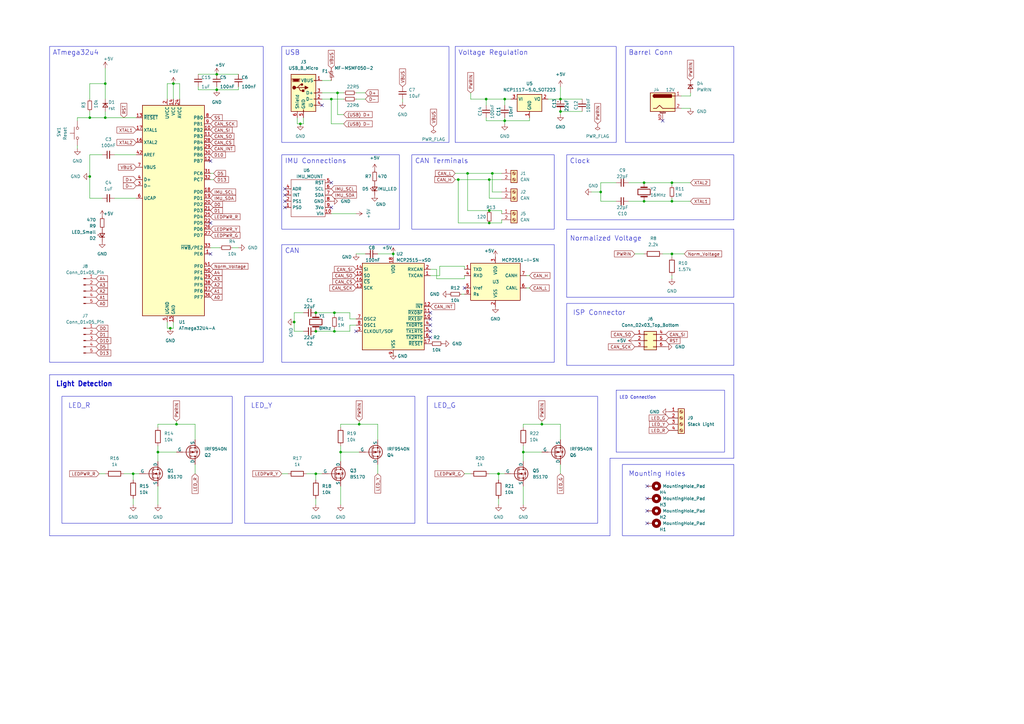
<source format=kicad_sch>
(kicad_sch (version 20231120) (generator "eeschema") (generator_version "8.0")
  (paper "A3")
  (junction (at 137.16 128.27))
  (junction (at 207.01 49.53))
  (junction (at 191.77 71.12))
  (junction (at 72.39 173.99))
  (junction (at 222.25 173.99))
  (junction (at 199.39 40.64))
  (junction (at 64.77 185.42))
  (junction (at 129.54 135.89))
  (junction (at 36.83 72.39))
  (junction (at 129.54 194.31))
  (junction (at 138.43 38.1))
  (junction (at 200.66 73.66))
  (junction (at 264.16 82.55))
  (junction (at 229.87 45.72))
  (junction (at 161.29 104.14))
  (junction (at 207.01 40.64))
  (junction (at 201.93 71.12))
  (junction (at 264.16 74.93))
  (junction (at 54.61 194.31))
  (junction (at 43.18 34.29))
  (junction (at 229.87 40.64))
  (junction (at 275.59 82.55))
  (junction (at 36.83 48.26))
  (junction (at 120.65 132.08))
  (junction (at 204.47 194.31))
  (junction (at 137.16 135.89))
  (junction (at 88.9 36.83))
  (junction (at 214.63 185.42))
  (junction (at 200.66 86.36))
  (junction (at 88.9 30.48))
  (junction (at 139.7 185.42))
  (junction (at 187.96 73.66))
  (junction (at 69.85 134.62))
  (junction (at 275.59 104.14))
  (junction (at 275.59 74.93))
  (junction (at 129.54 128.27))
  (junction (at 135.89 40.64))
  (junction (at 71.12 34.29))
  (junction (at 200.66 91.44))
  (junction (at 147.32 173.99))
  (junction (at 246.38 78.74))
  (junction (at 43.18 48.26))
  (junction (at 123.19 50.8))
  (no_connect (at 135.89 85.09))
  (no_connect (at 265.43 204.47))
  (no_connect (at 265.43 214.63))
  (no_connect (at 116.84 82.55))
  (no_connect (at 146.05 135.89))
  (no_connect (at 265.43 199.39))
  (no_connect (at 132.08 43.18))
  (no_connect (at 176.53 138.43))
  (no_connect (at 116.84 77.47))
  (no_connect (at 116.84 85.09))
  (no_connect (at 86.36 91.44))
  (no_connect (at 176.53 135.89))
  (no_connect (at 271.78 49.53))
  (no_connect (at 86.36 104.14))
  (no_connect (at 176.53 130.81))
  (no_connect (at 176.53 128.27))
  (no_connect (at 86.36 66.04))
  (no_connect (at 176.53 133.35))
  (no_connect (at 190.5 118.11))
  (no_connect (at 265.43 209.55))
  (no_connect (at 135.89 74.93))
  (no_connect (at 116.84 80.01))
  (wire (pts (xy 271.78 104.14) (xy 275.59 104.14)))
  (wire (pts (xy 125.73 194.31) (xy 129.54 194.31)))
  (wire (pts (xy 64.77 185.42) (xy 64.77 189.23)))
  (wire (pts (xy 207.01 49.53) (xy 207.01 50.8)))
  (wire (pts (xy 224.79 40.64) (xy 229.87 40.64)))
  (wire (pts (xy 193.04 38.1) (xy 193.04 40.64)))
  (wire (pts (xy 200.66 91.44) (xy 205.74 91.44)))
  (wire (pts (xy 87.63 73.66) (xy 86.36 73.66)))
  (wire (pts (xy 199.39 40.64) (xy 199.39 43.18)))
  (wire (pts (xy 132.08 33.02) (xy 135.89 33.02)))
  (wire (pts (xy 143.51 130.81) (xy 146.05 130.81)))
  (wire (pts (xy 43.18 27.94) (xy 43.18 34.29)))
  (polyline (pts (xy 250.19 187.96) (xy 250.19 219.71)))
  (wire (pts (xy 207.01 40.64) (xy 207.01 43.18)))
  (wire (pts (xy 71.12 134.62) (xy 69.85 134.62)))
  (wire (pts (xy 132.08 40.64) (xy 135.89 40.64)))
  (wire (pts (xy 242.57 78.74) (xy 246.38 78.74)))
  (wire (pts (xy 73.66 40.64) (xy 73.66 34.29)))
  (wire (pts (xy 31.75 49.53) (xy 31.75 48.26)))
  (wire (pts (xy 205.74 91.44) (xy 205.74 90.17)))
  (wire (pts (xy 50.8 194.31) (xy 54.61 194.31)))
  (wire (pts (xy 137.16 128.27) (xy 137.16 129.54)))
  (wire (pts (xy 139.7 199.39) (xy 139.7 207.01)))
  (wire (pts (xy 120.65 135.89) (xy 124.46 135.89)))
  (wire (pts (xy 143.51 135.89) (xy 143.51 133.35)))
  (wire (pts (xy 246.38 74.93) (xy 252.73 74.93)))
  (polyline (pts (xy 300.99 153.67) (xy 300.99 187.96)))
  (wire (pts (xy 215.9 113.03) (xy 217.17 113.03)))
  (wire (pts (xy 190.5 109.22) (xy 190.5 110.49)))
  (wire (pts (xy 138.43 38.1) (xy 140.97 38.1)))
  (polyline (pts (xy 20.32 153.67) (xy 300.99 153.67)))
  (wire (pts (xy 115.57 194.31) (xy 118.11 194.31)))
  (wire (pts (xy 283.21 39.37) (xy 283.21 38.1)))
  (wire (pts (xy 81.28 36.83) (xy 88.9 36.83)))
  (wire (pts (xy 205.74 86.36) (xy 205.74 87.63)))
  (wire (pts (xy 229.87 40.64) (xy 238.76 40.64)))
  (wire (pts (xy 279.4 39.37) (xy 283.21 39.37)))
  (wire (pts (xy 95.25 101.6) (xy 97.79 101.6)))
  (wire (pts (xy 68.58 134.62) (xy 69.85 134.62)))
  (wire (pts (xy 138.43 38.1) (xy 138.43 46.99)))
  (wire (pts (xy 201.93 71.12) (xy 201.93 78.74)))
  (wire (pts (xy 72.39 173.99) (xy 80.01 173.99)))
  (wire (pts (xy 54.61 194.31) (xy 54.61 196.85)))
  (wire (pts (xy 36.83 81.28) (xy 41.91 81.28)))
  (wire (pts (xy 68.58 40.64) (xy 68.58 34.29)))
  (wire (pts (xy 129.54 194.31) (xy 129.54 196.85)))
  (wire (pts (xy 246.38 78.74) (xy 246.38 82.55)))
  (wire (pts (xy 68.58 34.29) (xy 71.12 34.29)))
  (wire (pts (xy 161.29 144.78) (xy 161.29 146.05)))
  (wire (pts (xy 200.66 86.36) (xy 205.74 86.36)))
  (wire (pts (xy 143.51 133.35) (xy 146.05 133.35)))
  (wire (pts (xy 275.59 81.28) (xy 275.59 82.55)))
  (wire (pts (xy 124.46 48.26) (xy 124.46 50.8)))
  (wire (pts (xy 200.66 81.28) (xy 205.74 81.28)))
  (wire (pts (xy 275.59 113.03) (xy 275.59 114.3)))
  (wire (pts (xy 154.94 173.99) (xy 154.94 180.34)))
  (wire (pts (xy 135.89 87.63) (xy 146.05 87.63)))
  (wire (pts (xy 43.18 34.29) (xy 43.18 40.64)))
  (wire (pts (xy 147.32 173.99) (xy 147.32 172.72)))
  (wire (pts (xy 36.83 34.29) (xy 43.18 34.29)))
  (wire (pts (xy 229.87 45.72) (xy 238.76 45.72)))
  (wire (pts (xy 207.01 40.64) (xy 209.55 40.64)))
  (wire (pts (xy 154.94 190.5) (xy 154.94 194.31)))
  (wire (pts (xy 214.63 185.42) (xy 214.63 189.23)))
  (wire (pts (xy 161.29 104.14) (xy 161.29 105.41)))
  (wire (pts (xy 64.77 199.39) (xy 64.77 207.01)))
  (wire (pts (xy 68.58 132.08) (xy 68.58 134.62)))
  (wire (pts (xy 64.77 173.99) (xy 72.39 173.99)))
  (wire (pts (xy 146.05 38.1) (xy 149.86 38.1)))
  (wire (pts (xy 257.81 74.93) (xy 264.16 74.93)))
  (wire (pts (xy 71.12 34.29) (xy 71.12 40.64)))
  (wire (pts (xy 137.16 128.27) (xy 143.51 128.27)))
  (wire (pts (xy 139.7 185.42) (xy 139.7 182.88)))
  (wire (pts (xy 146.05 40.64) (xy 149.86 40.64)))
  (wire (pts (xy 193.04 40.64) (xy 199.39 40.64)))
  (wire (pts (xy 132.08 38.1) (xy 138.43 38.1)))
  (wire (pts (xy 154.94 104.14) (xy 161.29 104.14)))
  (wire (pts (xy 80.01 173.99) (xy 80.01 180.34)))
  (wire (pts (xy 129.54 135.89) (xy 137.16 135.89)))
  (polyline (pts (xy 300.99 187.96) (xy 250.19 187.96)))
  (wire (pts (xy 214.63 185.42) (xy 222.25 185.42)))
  (wire (pts (xy 120.65 128.27) (xy 124.46 128.27)))
  (wire (pts (xy 88.9 35.56) (xy 88.9 36.83)))
  (wire (pts (xy 180.34 109.22) (xy 180.34 113.03)))
  (wire (pts (xy 180.34 109.22) (xy 190.5 109.22)))
  (wire (pts (xy 165.1 41.91) (xy 165.1 40.64)))
  (wire (pts (xy 71.12 132.08) (xy 71.12 134.62)))
  (wire (pts (xy 279.4 44.45) (xy 283.21 44.45)))
  (wire (pts (xy 87.63 71.12) (xy 86.36 71.12)))
  (wire (pts (xy 199.39 48.26) (xy 199.39 49.53)))
  (wire (pts (xy 217.17 49.53) (xy 207.01 49.53)))
  (wire (pts (xy 88.9 36.83) (xy 97.79 36.83)))
  (wire (pts (xy 135.89 40.64) (xy 135.89 50.8)))
  (wire (pts (xy 81.28 36.83) (xy 81.28 35.56)))
  (wire (pts (xy 129.54 204.47) (xy 129.54 207.01)))
  (wire (pts (xy 257.81 82.55) (xy 264.16 82.55)))
  (wire (pts (xy 43.18 48.26) (xy 55.88 48.26)))
  (wire (pts (xy 137.16 134.62) (xy 137.16 135.89)))
  (wire (pts (xy 190.5 194.31) (xy 193.04 194.31)))
  (wire (pts (xy 179.07 114.3) (xy 190.5 114.3)))
  (wire (pts (xy 190.5 120.65) (xy 189.23 120.65)))
  (wire (pts (xy 222.25 173.99) (xy 222.25 172.72)))
  (wire (pts (xy 204.47 194.31) (xy 204.47 196.85)))
  (wire (pts (xy 143.51 128.27) (xy 143.51 130.81)))
  (wire (pts (xy 204.47 204.47) (xy 204.47 207.01)))
  (wire (pts (xy 214.63 185.42) (xy 214.63 182.88)))
  (wire (pts (xy 41.91 63.5) (xy 36.83 63.5)))
  (wire (pts (xy 229.87 45.72) (xy 229.87 46.99)))
  (wire (pts (xy 199.39 49.53) (xy 207.01 49.53)))
  (wire (pts (xy 200.66 91.44) (xy 187.96 91.44)))
  (wire (pts (xy 121.92 50.8) (xy 123.19 50.8)))
  (wire (pts (xy 264.16 82.55) (xy 275.59 82.55)))
  (wire (pts (xy 229.87 35.56) (xy 229.87 40.64)))
  (wire (pts (xy 86.36 101.6) (xy 90.17 101.6)))
  (wire (pts (xy 186.69 73.66) (xy 187.96 73.66)))
  (wire (pts (xy 46.99 81.28) (xy 55.88 81.28)))
  (wire (pts (xy 229.87 173.99) (xy 229.87 180.34)))
  (wire (pts (xy 64.77 185.42) (xy 72.39 185.42)))
  (wire (pts (xy 147.32 173.99) (xy 154.94 173.99)))
  (wire (pts (xy 199.39 40.64) (xy 207.01 40.64)))
  (wire (pts (xy 123.19 50.8) (xy 124.46 50.8)))
  (wire (pts (xy 36.83 63.5) (xy 36.83 72.39)))
  (polyline (pts (xy 20.32 219.71) (xy 20.32 153.67)))
  (wire (pts (xy 73.66 34.29) (xy 71.12 34.29)))
  (wire (pts (xy 36.83 45.72) (xy 36.83 48.26)))
  (wire (pts (xy 138.43 46.99) (xy 140.97 46.99)))
  (wire (pts (xy 36.83 72.39) (xy 36.83 81.28)))
  (wire (pts (xy 120.65 132.08) (xy 120.65 128.27)))
  (wire (pts (xy 229.87 190.5) (xy 229.87 194.31)))
  (wire (pts (xy 55.88 63.5) (xy 46.99 63.5)))
  (wire (pts (xy 264.16 74.93) (xy 275.59 74.93)))
  (wire (pts (xy 36.83 40.64) (xy 36.83 34.29)))
  (wire (pts (xy 215.9 118.11) (xy 217.17 118.11)))
  (wire (pts (xy 204.47 194.31) (xy 207.01 194.31)))
  (wire (pts (xy 121.92 48.26) (xy 121.92 50.8)))
  (wire (pts (xy 176.53 110.49) (xy 179.07 110.49)))
  (wire (pts (xy 54.61 204.47) (xy 54.61 207.01)))
  (wire (pts (xy 222.25 173.99) (xy 229.87 173.99)))
  (wire (pts (xy 217.17 48.26) (xy 217.17 49.53)))
  (wire (pts (xy 36.83 48.26) (xy 43.18 48.26)))
  (wire (pts (xy 146.05 104.14) (xy 149.86 104.14)))
  (wire (pts (xy 139.7 185.42) (xy 147.32 185.42)))
  (wire (pts (xy 200.66 73.66) (xy 200.66 81.28)))
  (wire (pts (xy 214.63 173.99) (xy 214.63 175.26)))
  (wire (pts (xy 81.28 30.48) (xy 88.9 30.48)))
  (wire (pts (xy 135.89 40.64) (xy 140.97 40.64)))
  (wire (pts (xy 275.59 82.55) (xy 283.21 82.55)))
  (wire (pts (xy 129.54 128.27) (xy 137.16 128.27)))
  (wire (pts (xy 135.89 50.8) (xy 140.97 50.8)))
  (wire (pts (xy 275.59 104.14) (xy 280.67 104.14)))
  (wire (pts (xy 31.75 48.26) (xy 36.83 48.26)))
  (wire (pts (xy 120.65 132.08) (xy 120.65 135.89)))
  (polyline (pts (xy 250.19 219.71) (xy 20.32 219.71)))
  (wire (pts (xy 275.59 74.93) (xy 275.59 76.2)))
  (wire (pts (xy 64.77 173.99) (xy 64.77 175.26)))
  (wire (pts (xy 88.9 30.48) (xy 97.79 30.48)))
  (wire (pts (xy 214.63 173.99) (xy 222.25 173.99)))
  (wire (pts (xy 201.93 78.74) (xy 205.74 78.74)))
  (wire (pts (xy 187.96 73.66) (xy 200.66 73.66)))
  (wire (pts (xy 187.96 91.44) (xy 187.96 73.66)))
  (wire (pts (xy 64.77 185.42) (xy 64.77 182.88)))
  (wire (pts (xy 40.64 194.31) (xy 43.18 194.31)))
  (wire (pts (xy 54.61 194.31) (xy 57.15 194.31)))
  (wire (pts (xy 200.66 73.66) (xy 205.74 73.66)))
  (wire (pts (xy 72.39 173.99) (xy 72.39 172.72)))
  (wire (pts (xy 139.7 173.99) (xy 139.7 175.26)))
  (wire (pts (xy 179.07 110.49) (xy 179.07 114.3)))
  (wire (pts (xy 186.69 71.12) (xy 191.77 71.12)))
  (wire (pts (xy 129.54 194.31) (xy 132.08 194.31)))
  (wire (pts (xy 275.59 74.93) (xy 283.21 74.93)))
  (wire (pts (xy 246.38 82.55) (xy 252.73 82.55)))
  (wire (pts (xy 97.79 36.83) (xy 97.79 35.56)))
  (wire (pts (xy 201.93 71.12) (xy 205.74 71.12)))
  (wire (pts (xy 191.77 86.36) (xy 191.77 71.12)))
  (wire (pts (xy 275.59 105.41) (xy 275.59 104.14)))
  (wire (pts (xy 260.35 104.14) (xy 264.16 104.14)))
  (wire (pts (xy 43.18 45.72) (xy 43.18 48.26)))
  (wire (pts (xy 200.66 194.31) (xy 204.47 194.31)))
  (wire (pts (xy 139.7 173.99) (xy 147.32 173.99)))
  (wire (pts (xy 139.7 185.42) (xy 139.7 189.23)))
  (wire (pts (xy 80.01 190.5) (xy 80.01 194.31)))
  (wire (pts (xy 31.75 59.69) (xy 31.75 60.96)))
  (wire (pts (xy 214.63 199.39) (xy 214.63 207.01)))
  (wire (pts (xy 200.66 86.36) (xy 191.77 86.36)))
  (wire (pts (xy 137.16 135.89) (xy 143.51 135.89)))
  (wire (pts (xy 190.5 114.3) (xy 190.5 113.03)))
  (wire (pts (xy 176.53 113.03) (xy 180.34 113.03)))
  (wire (pts (xy 246.38 78.74) (xy 246.38 74.93)))
  (wire (pts (xy 191.77 71.12) (xy 201.93 71.12)))
  (wire (pts (xy 207.01 48.26) (xy 207.01 49.53)))
  (rectangle (start 168.91 63.5) (end 227.33 93.98))
  (rectangle (start 256.54 19.05) (end 300.99 58.42))
  (rectangle (start 232.41 63.5) (end 300.99 90.17))
  (rectangle (start 232.41 124.46) (end 300.99 149.86))
  (rectangle (start 20.32 19.05) (end 107.95 148.59))
  (rectangle (start 100.33 162.56) (end 170.18 214.63))
  (rectangle (start 175.26 162.56) (end 245.11 214.63))
  (rectangle (start 255.27 190.5) (end 300.99 219.71))
  (rectangle (start 115.57 100.33) (end 227.33 148.59))
  (rectangle (start 115.57 19.05) (end 184.15 58.42))
  (rectangle (start 232.41 93.98) (end 300.99 121.92))
  (rectangle (start 25.4 162.56) (end 95.25 214.63))
  (rectangle (start 115.57 63.5) (end 163.83 93.98))
  (rectangle (start 252.73 160.02) (end 297.18 185.42))
  (rectangle (start 186.69 19.05) (end 252.73 58.42))
  (text "Mounting Holes" (at 257.81 195.58 0) (effects (font (size 2 2)) (justify left bottom)))
  (text "Voltage Regulation" (at 187.96 22.86 0) (effects (font (size 2 2)) (justify left bottom)))
  (text "CAN" (at 116.84 104.14 0) (effects (font (size 2 2)) (justify left bottom)))
  (text "CAN Terminals" (at 170.18 67.31 0) (effects (font (size 2 2)) (justify left bottom)))
  (text "USB\n" (at 116.84 22.86 0) (effects (font (size 2 2)) (justify left bottom)))
  (text "Light Detection " (at 22.86 158.75 0) (effects (font (size 2 2) (thickness 0.4) (bold yes)) (justify left bottom)))
  (text "Barrel Conn\n" (at 257.81 22.86 0) (effects (font (size 2 2)) (justify left bottom)))
  (text "LED_R" (at 27.94 167.64 0) (effects (font (size 2 2)) (justify left bottom)))
  (text "Normalized Voltage" (at 233.68 99.06 0) (effects (font (size 2 2)) (justify left bottom)))
  (text "ISP Connector\n" (at 234.95 129.54 0) (effects (font (size 2 2)) (justify left bottom)))
  (text "IMU Connections\n" (at 116.84 67.31 0) (effects (font (size 2 2)) (justify left bottom)))
  (text "Clock\n" (at 233.68 67.31 0) (effects (font (size 2 2)) (justify left bottom)))
  (text "LED Connection" (at 254 163.83 0) (effects (font (size 1.27 1.27)) (justify left bottom)))
  (text "LED_G" (at 177.8 167.64 0) (effects (font (size 2 2)) (justify left bottom)))
  (text "LED_Y" (at 102.87 167.64 0) (effects (font (size 2 2)) (justify left bottom)))
  (text "ATmega32u4\n" (at 21.59 22.86 0) (effects (font (size 2 2)) (justify left bottom)))
  (global_label "D+" (shape input) (at 55.88 73.66 180) (property "Intersheetrefs" "${INTERSHEET_REFS}" (at 50.0524 73.66 0) (effects (justify right))))
  (global_label "A1" (shape input) (at 86.36 119.38 0) (property "Intersheetrefs" "${INTERSHEET_REFS}" (at 91.6433 119.38 0) (effects (justify left))))
  (global_label "CAN_SO" (shape input) (at 146.05 113.03 180) (property "Intersheetrefs" "${INTERSHEET_REFS}" (at 135.8681 113.03 0) (effects (justify right))))
  (global_label "LED_Y" (shape input) (at 154.94 194.31 270) (property "Intersheetrefs" "${INTERSHEET_REFS}" (at 154.94 202.7985 90) (effects (justify right))))
  (global_label "LED_G" (shape input) (at 274.32 171.45 180) (property "Intersheetrefs" "${INTERSHEET_REFS}" (at 265.6501 171.45 0) (effects (justify right))))
  (global_label "PWRIN" (shape input) (at 222.25 172.72 90) (property "Intersheetrefs" "${INTERSHEET_REFS}" (at 222.25 163.8081 90) (effects (justify left))))
  (global_label "CAN_SI" (shape input) (at 86.36 53.34 0) (property "Intersheetrefs" "${INTERSHEET_REFS}" (at 95.8162 53.34 0) (effects (justify left))))
  (global_label "A2" (shape input) (at 86.36 116.84 0) (property "Intersheetrefs" "${INTERSHEET_REFS}" (at 91.6433 116.84 0) (effects (justify left))))
  (global_label "PWRIN" (shape input) (at 147.32 172.72 90) (property "Intersheetrefs" "${INTERSHEET_REFS}" (at 147.32 163.8081 90) (effects (justify left))))
  (global_label "LED_G" (shape input) (at 229.87 194.31 270) (property "Intersheetrefs" "${INTERSHEET_REFS}" (at 229.87 202.9799 90) (effects (justify right))))
  (global_label "IMU_SCL" (shape input) (at 135.89 77.47 0) (property "Intersheetrefs" "${INTERSHEET_REFS}" (at 146.7371 77.47 0) (effects (justify left))))
  (global_label "CAN_SO" (shape input) (at 86.36 55.88 0) (property "Intersheetrefs" "${INTERSHEET_REFS}" (at 96.5419 55.88 0) (effects (justify left))))
  (global_label "D10" (shape input) (at 39.37 139.7 0) (property "Intersheetrefs" "${INTERSHEET_REFS}" (at 46.0442 139.7 0) (effects (justify left))))
  (global_label "(USB) D+" (shape input) (at 140.97 46.99 0) (property "Intersheetrefs" "${INTERSHEET_REFS}" (at 153.2686 46.99 0) (effects (justify left))))
  (global_label "A1" (shape input) (at 39.37 121.92 0) (property "Intersheetrefs" "${INTERSHEET_REFS}" (at 44.6533 121.92 0) (effects (justify left))))
  (global_label "IMU_SDA" (shape input) (at 86.36 81.28 0) (property "Intersheetrefs" "${INTERSHEET_REFS}" (at 97.2676 81.28 0) (effects (justify left))))
  (global_label "CAN_INT" (shape input) (at 86.36 60.96 0) (property "Intersheetrefs" "${INTERSHEET_REFS}" (at 96.9048 60.96 0) (effects (justify left))))
  (global_label "SS" (shape input) (at 86.36 48.26 0) (property "Intersheetrefs" "${INTERSHEET_REFS}" (at 91.7642 48.26 0) (effects (justify left))))
  (global_label "A0" (shape input) (at 86.36 121.92 0) (property "Intersheetrefs" "${INTERSHEET_REFS}" (at 91.6433 121.92 0) (effects (justify left))))
  (global_label "LEDPWR_G" (shape input) (at 86.36 96.52 0) (property "Intersheetrefs" "${INTERSHEET_REFS}" (at 99.0213 96.52 0) (effects (justify left))))
  (global_label "LED_R" (shape input) (at 80.01 194.31 270) (property "Intersheetrefs" "${INTERSHEET_REFS}" (at 80.01 202.9799 90) (effects (justify right))))
  (global_label "LEDPWR_Y" (shape input) (at 115.57 194.31 180) (property "Intersheetrefs" "${INTERSHEET_REFS}" (at 103.0901 194.31 0) (effects (justify right))))
  (global_label "D0" (shape input) (at 86.36 83.82 0) (property "Intersheetrefs" "${INTERSHEET_REFS}" (at 91.8247 83.82 0) (effects (justify left))))
  (global_label "VBUS" (shape input) (at 165.1 35.56 90) (property "Intersheetrefs" "${INTERSHEET_REFS}" (at 165.1 27.6762 90) (effects (justify left))))
  (global_label "D13" (shape input) (at 39.37 144.78 0) (property "Intersheetrefs" "${INTERSHEET_REFS}" (at 46.0442 144.78 0) (effects (justify left))))
  (global_label "D1" (shape input) (at 39.37 137.16 0) (property "Intersheetrefs" "${INTERSHEET_REFS}" (at 44.8347 137.16 0) (effects (justify left))))
  (global_label "CAN_SCK" (shape input) (at 146.05 118.11 180) (property "Intersheetrefs" "${INTERSHEET_REFS}" (at 134.6586 118.11 0) (effects (justify right))))
  (global_label "D10" (shape input) (at 86.36 63.5 0) (property "Intersheetrefs" "${INTERSHEET_REFS}" (at 93.0342 63.5 0) (effects (justify left))))
  (global_label "D5" (shape input) (at 87.63 71.12 0) (property "Intersheetrefs" "${INTERSHEET_REFS}" (at 93.0947 71.12 0) (effects (justify left))))
  (global_label "IMU_SCL" (shape input) (at 86.36 78.74 0) (property "Intersheetrefs" "${INTERSHEET_REFS}" (at 97.2071 78.74 0) (effects (justify left))))
  (global_label "D13" (shape input) (at 87.63 73.66 0) (property "Intersheetrefs" "${INTERSHEET_REFS}" (at 94.3042 73.66 0) (effects (justify left))))
  (global_label "A3" (shape input) (at 86.36 114.3 0) (property "Intersheetrefs" "${INTERSHEET_REFS}" (at 91.6433 114.3 0) (effects (justify left))))
  (global_label "D-" (shape input) (at 55.88 76.2 180) (property "Intersheetrefs" "${INTERSHEET_REFS}" (at 50.0524 76.2 0) (effects (justify right))))
  (global_label "CAN_SCK" (shape input) (at 260.35 142.24 180) (property "Intersheetrefs" "${INTERSHEET_REFS}" (at 248.9586 142.24 0) (effects (justify right))))
  (global_label "Norm_Voltage" (shape input) (at 280.67 104.14 0) (property "Intersheetrefs" "${INTERSHEET_REFS}" (at 296.5969 104.14 0) (effects (justify left))))
  (global_label "XTAL2" (shape input) (at 283.21 74.93 0) (property "Intersheetrefs" "${INTERSHEET_REFS}" (at 291.6985 74.93 0) (effects (justify left))))
  (global_label "VBUS" (shape input) (at 177.8 52.07 90) (property "Intersheetrefs" "${INTERSHEET_REFS}" (at 177.8 44.1862 90) (effects (justify left))))
  (global_label "XTAL1" (shape input) (at 55.88 53.34 180) (property "Intersheetrefs" "${INTERSHEET_REFS}" (at 47.3915 53.34 0) (effects (justify right))))
  (global_label "RST" (shape input) (at 50.8 48.26 90) (property "Intersheetrefs" "${INTERSHEET_REFS}" (at 50.8 41.8277 90) (effects (justify left))))
  (global_label "PWRIN" (shape input) (at 283.21 33.02 90) (property "Intersheetrefs" "${INTERSHEET_REFS}" (at 283.21 24.1081 90) (effects (justify left))))
  (global_label "CAN_CS" (shape input) (at 146.05 115.57 180) (property "Intersheetrefs" "${INTERSHEET_REFS}" (at 135.9286 115.57 0) (effects (justify right))))
  (global_label "CAN_INT" (shape input) (at 176.53 125.73 0) (property "Intersheetrefs" "${INTERSHEET_REFS}" (at 187.0748 125.73 0) (effects (justify left))))
  (global_label "A0" (shape input) (at 39.37 124.46 0) (property "Intersheetrefs" "${INTERSHEET_REFS}" (at 44.6533 124.46 0) (effects (justify left))))
  (global_label "A3" (shape input) (at 39.37 116.84 0) (property "Intersheetrefs" "${INTERSHEET_REFS}" (at 44.6533 116.84 0) (effects (justify left))))
  (global_label "LEDPWR_Y" (shape input) (at 86.36 93.98 0) (property "Intersheetrefs" "${INTERSHEET_REFS}" (at 98.8399 93.98 0) (effects (justify left))))
  (global_label "LEDPWR_R" (shape input) (at 86.36 88.9 0) (property "Intersheetrefs" "${INTERSHEET_REFS}" (at 99.0213 88.9 0) (effects (justify left))))
  (global_label "CAN_SO" (shape input) (at 260.35 137.16 180) (property "Intersheetrefs" "${INTERSHEET_REFS}" (at 250.1681 137.16 0) (effects (justify right))))
  (global_label "LED_Y" (shape input) (at 274.32 173.99 180) (property "Intersheetrefs" "${INTERSHEET_REFS}" (at 265.8315 173.99 0) (effects (justify right))))
  (global_label "CAN_H" (shape input) (at 186.69 73.66 180) (property "Intersheetrefs" "${INTERSHEET_REFS}" (at 177.7176 73.66 0) (effects (justify right))))
  (global_label "D+" (shape input) (at 149.86 38.1 0) (property "Intersheetrefs" "${INTERSHEET_REFS}" (at 155.6876 38.1 0) (effects (justify left))))
  (global_label "CAN_L" (shape input) (at 217.17 118.11 0) (property "Intersheetrefs" "${INTERSHEET_REFS}" (at 225.84 118.11 0) (effects (justify left))))
  (global_label "PWRIN" (shape input) (at 72.39 172.72 90) (property "Intersheetrefs" "${INTERSHEET_REFS}" (at 72.39 163.8081 90) (effects (justify left))))
  (global_label "CAN_SI" (shape input) (at 146.05 110.49 180) (property "Intersheetrefs" "${INTERSHEET_REFS}" (at 136.5938 110.49 0) (effects (justify right))))
  (global_label "A4" (shape input) (at 86.36 111.76 0) (property "Intersheetrefs" "${INTERSHEET_REFS}" (at 91.6433 111.76 0) (effects (justify left))))
  (global_label "PWRIN" (shape input) (at 193.04 38.1 90) (property "Intersheetrefs" "${INTERSHEET_REFS}" (at 193.04 29.1881 90) (effects (justify left))))
  (global_label "LED_R" (shape input) (at 274.32 176.53 180) (property "Intersheetrefs" "${INTERSHEET_REFS}" (at 265.6501 176.53 0) (effects (justify right))))
  (global_label "CAN_CS" (shape input) (at 86.36 58.42 0) (property "Intersheetrefs" "${INTERSHEET_REFS}" (at 96.4814 58.42 0) (effects (justify left))))
  (global_label "A4" (shape input) (at 39.37 114.3 0) (property "Intersheetrefs" "${INTERSHEET_REFS}" (at 44.6533 114.3 0) (effects (justify left))))
  (global_label "XTAL2" (shape input) (at 55.88 58.42 180) (property "Intersheetrefs" "${INTERSHEET_REFS}" (at 47.3915 58.42 0) (effects (justify right))))
  (global_label "Norm_Voltage" (shape input) (at 86.36 109.22 0) (property "Intersheetrefs" "${INTERSHEET_REFS}" (at 102.2869 109.22 0) (effects (justify left))))
  (global_label "A2" (shape input) (at 39.37 119.38 0) (property "Intersheetrefs" "${INTERSHEET_REFS}" (at 44.6533 119.38 0) (effects (justify left))))
  (global_label "CAN_L" (shape input) (at 186.69 71.12 180) (property "Intersheetrefs" "${INTERSHEET_REFS}" (at 178.02 71.12 0) (effects (justify right))))
  (global_label "D5" (shape input) (at 39.37 142.24 0) (property "Intersheetrefs" "${INTERSHEET_REFS}" (at 44.8347 142.24 0) (effects (justify left))))
  (global_label "XTAL1" (shape input) (at 283.21 82.55 0) (property "Intersheetrefs" "${INTERSHEET_REFS}" (at 291.6985 82.55 0) (effects (justify left))))
  (global_label "PWRIN" (shape input) (at 260.35 104.14 180) (property "Intersheetrefs" "${INTERSHEET_REFS}" (at 251.4381 104.14 0) (effects (justify right))))
  (global_label "IMU_SDA" (shape input) (at 135.89 80.01 0) (property "Intersheetrefs" "${INTERSHEET_REFS}" (at 146.7976 80.01 0) (effects (justify left))))
  (global_label "LEDPWR_G" (shape input) (at 190.5 194.31 180) (property "Intersheetrefs" "${INTERSHEET_REFS}" (at 177.8387 194.31 0) (effects (justify right))))
  (global_label "RST" (shape input) (at 273.05 139.7 0) (property "Intersheetrefs" "${INTERSHEET_REFS}" (at 279.4823 139.7 0) (effects (justify left))))
  (global_label "CAN_SI" (shape input) (at 273.05 137.16 0) (property "Intersheetrefs" "${INTERSHEET_REFS}" (at 282.5062 137.16 0) (effects (justify left))))
  (global_label "CAN_SCK" (shape input) (at 86.36 50.8 0) (property "Intersheetrefs" "${INTERSHEET_REFS}" (at 97.7514 50.8 0) (effects (justify left))))
  (global_label "(USB) D-" (shape input) (at 140.97 50.8 0) (property "Intersheetrefs" "${INTERSHEET_REFS}" (at 153.2686 50.8 0) (effects (justify left))))
  (global_label "VBUS" (shape input) (at 55.88 68.58 180) (property "Intersheetrefs" "${INTERSHEET_REFS}" (at 47.9962 68.58 0) (effects (justify right))))
  (global_label "VBUS" (shape input) (at 135.89 27.94 90) (property "Intersheetrefs" "${INTERSHEET_REFS}" (at 135.89 20.0562 90) (effects (justify left))))
  (global_label "CAN_H" (shape input) (at 217.17 113.03 0) (property "Intersheetrefs" "${INTERSHEET_REFS}" (at 226.1424 113.03 0) (effects (justify left))))
  (global_label "LEDPWR_R" (shape input) (at 40.64 194.31 180) (property "Intersheetrefs" "${INTERSHEET_REFS}" (at 27.9787 194.31 0) (effects (justify right))))
  (global_label "D-" (shape input) (at 149.86 40.64 0) (property "Intersheetrefs" "${INTERSHEET_REFS}" (at 155.6876 40.64 0) (effects (justify left))))
  (global_label "D1" (shape input) (at 86.36 86.36 0) (property "Intersheetrefs" "${INTERSHEET_REFS}" (at 91.8247 86.36 0) (effects (justify left))))
  (global_label "D0" (shape input) (at 39.37 134.62 0) (property "Intersheetrefs" "${INTERSHEET_REFS}" (at 44.8347 134.62 0) (effects (justify left))))
  (global_label "PWRIN" (shape input) (at 245.11 50.8 90) (property "Intersheetrefs" "${INTERSHEET_REFS}" (at 245.11 41.8881 90) (effects (justify left))))
  (symbol (lib_id "power:GND") (at 36.83 72.39 270) (unit 1)
    (property "Reference" "#PWR010" (effects (hide yes)))
    (property "Value" "GND" (at 33.02 72.39 90) (effects (justify right)))
  )
  (symbol (lib_id "Connector:Conn_01x05_Pin") (at 34.29 119.38 0) (unit 1)
    (property "Reference" "J8" (at 34.925 109.22 0))
    (property "Value" "Conn_01x05_Pin" (at 34.925 111.76 0))
    (property "Footprint" "Connector_PinHeader_2.54mm:PinHeader_1x05_P2.54mm_Vertical" (effects (hide yes)))
  )
  (symbol (lib_id "Device:C_Small") (at 81.28 33.02 0) (unit 1)
    (property "Reference" "C15" (at 82.55 31.75 0) (effects (justify left)))
    (property "Value" "1uF" (at 82.55 35.56 0) (effects (justify left)))
    (property "Footprint" "Capacitor_SMD:C_0805_2012Metric_Pad1.18x1.45mm_HandSolder" (effects (hide yes)))
  )
  (symbol (lib_id "Mechanical:MountingHole_Pad") (at 267.97 199.39 270) (unit 1)
    (property "Reference" "H4" (at 270.51 201.93 90) (effects (justify left)))
    (property "Value" "MountingHole_Pad" (at 271.78 199.39 90) (effects (justify left)))
    (property "Footprint" "MountingHole:MountingHole_3.2mm_M3_DIN965_Pad" (effects (hide yes)))
  )
  (symbol (lib_id "power:+5V") (at 43.18 27.94 0) (unit 1)
    (property "Reference" "#PWR012" (effects (hide yes)))
    (property "Value" "+5V" (at 44.45 24.13 0))
  )
  (symbol (lib_id "Device:C_Small") (at 207.01 45.72 180) (unit 1)
    (property "Reference" "C11" (at 204.47 45.72 90))
    (property "Value" "10nF" (at 209.55 45.72 90))
    (property "Footprint" "Capacitor_SMD:C_0805_2012Metric_Pad1.18x1.45mm_HandSolder" (effects (hide yes)))
  )
  (symbol (lib_id "Device:R") (at 214.63 179.07 0) (unit 1)
    (property "Reference" "R22" (at 217.17 177.8 0) (effects (justify left)))
    (property "Value" "10k" (at 217.17 180.34 0) (effects (justify left)))
    (property "Footprint" "Resistor_SMD:R_0805_2012Metric_Pad1.20x1.40mm_HandSolder" (effects (hide yes)))
  )
  (symbol (lib_id "Simulation_SPICE:PMOS") (at 152.4 185.42 0) (mirror x) (unit 1)
    (property "Reference" "Q4" (at 158.75 186.69 0) (effects (justify left)))
    (property "Value" "IRF9540N" (at 158.75 184.15 0) (effects (justify left)))
    (property "Footprint" "Package_TO_SOT_THT:TO-220-3_Vertical" (effects (hide yes)))
    (property "Datasheet" "https://ngspice.sourceforge.io/docs/ngspice-manual.pdf" (effects (hide yes)))
    (property "Sim.Device" "PMOS" (effects (hide yes)))
    (property "Sim.Type" "VDMOS" (effects (hide yes)))
    (property "Sim.Pins" "1=D 2=G 3=S" (effects (hide yes)))
  )
  (symbol (lib_id "power:GND") (at 41.91 99.06 0) (unit 1)
    (property "Reference" "#PWR024" (effects (hide yes)))
    (property "Value" "GND" (at 41.91 104.14 0))
  )
  (symbol (lib_id "Simulation_SPICE:NMOS") (at 137.16 194.31 0) (unit 1)
    (property "Reference" "Q3" (at 143.51 193.04 0) (effects (justify left)))
    (property "Value" "BS170" (at 143.51 195.58 0) (effects (justify left)))
    (property "Footprint" "Package_TO_SOT_THT:TO-92_Inline" (effects (hide yes)))
    (property "Datasheet" "https://ngspice.sourceforge.io/docs/ngspice-manual.pdf" (effects (hide yes)))
    (property "Sim.Device" "NMOS" (effects (hide yes)))
    (property "Sim.Type" "VDMOS" (effects (hide yes)))
    (property "Sim.Pins" "1=D 2=G 3=S" (effects (hide yes)))
  )
  (symbol (lib_id "Device:C_Small") (at 127 128.27 90) (unit 1)
    (property "Reference" "C1" (at 127 123.19 90))
    (property "Value" "22uF" (at 127 125.73 90))
    (property "Footprint" "Capacitor_SMD:C_0805_2012Metric_Pad1.18x1.45mm_HandSolder" (effects (hide yes)))
  )
  (symbol (lib_id "Connector:Screw_Terminal_01x02") (at 210.82 87.63 0) (unit 1)
    (property "Reference" "J5" (at 213.36 87.63 0) (effects (justify left)))
    (property "Value" "CAN" (at 213.36 90.17 0) (effects (justify left)))
    (property "Footprint" "TerminalBlock_Phoenix:TerminalBlock_Phoenix_MKDS-1,5-2_1x02_P5.00mm_Horizontal" (effects (hide yes)))
  )
  (symbol (lib_id "Device:C_Small") (at 97.79 33.02 0) (unit 1)
    (property "Reference" "C6" (at 99.06 31.75 0) (effects (justify left)))
    (property "Value" "100nF" (at 99.06 35.56 0) (effects (justify left)))
    (property "Footprint" "Capacitor_SMD:C_0805_2012Metric_Pad1.18x1.45mm_HandSolder" (effects (hide yes)))
  )
  (symbol (lib_id "power:GND") (at 129.54 207.01 0) (unit 1)
    (property "Reference" "#PWR033" (effects (hide yes)))
    (property "Value" "GND" (at 129.54 212.09 0))
  )
  (symbol (lib_id "Device:C_Small") (at 127 135.89 270) (unit 1)
    (property "Reference" "C2" (at 127 140.97 90))
    (property "Value" "22uF" (at 127 138.43 90))
    (property "Footprint" "Capacitor_SMD:C_0805_2012Metric_Pad1.18x1.45mm_HandSolder" (effects (hide yes)))
  )
  (symbol (lib_id "power:GND") (at 181.61 140.97 90) (unit 1)
    (property "Reference" "#PWR04" (effects (hide yes)))
    (property "Value" "GND" (at 185.42 140.97 90) (effects (justify right)))
  )
  (symbol (lib_id "Device:Polyfuse_Small") (at 135.89 30.48 0) (unit 1)
    (property "Reference" "F1" (at 132.08 29.21 0) (effects (justify left)))
    (property "Value" "MF-MSMF050-2" (at 137.16 27.94 0) (effects (justify left)))
    (property "Footprint" "Fuse:Fuse_1812_4532Metric_Pad1.30x3.40mm_HandSolder" (effects (hide yes)))
  )
  (symbol (lib_id "Regulator_Linear:NCP1117-5.0_SOT223") (at 217.17 40.64 0) (unit 1)
    (property "Reference" "U5" (at 217.17 34.29 0))
    (property "Value" "NCP1117-5.0_SOT223" (at 217.17 36.83 0))
    (property "Footprint" "Package_TO_SOT_SMD:SOT-223-3_TabPin2" (effects (hide yes)))
    (property "Datasheet" "http://www.onsemi.com/pub_link/Collateral/NCP1117-D.PDF" (effects (hide yes)))
  )
  (symbol (lib_id "power:GND") (at 203.2 125.73 0) (unit 1)
    (property "Reference" "#PWR07" (effects (hide yes)))
    (property "Value" "GND" (at 203.2 130.81 0))
  )
  (symbol (lib_id "Device:D_Small") (at 283.21 35.56 270) (unit 1)
    (property "Reference" "D4" (at 285.75 34.29 90) (effects (justify left)))
    (property "Value" "PWRIN" (at 285.75 36.83 90) (effects (justify left)))
    (property "Footprint" "Diode_SMD:D_SOD-323" (effects (hide yes)))
    (property "Sim.Device" "D" (effects (hide yes)))
    (property "Sim.Pins" "1=K 2=A" (effects (hide yes)))
  )
  (symbol (lib_id "Device:Crystal") (at 129.54 132.08 90) (unit 1)
    (property "Reference" "Y1" (at 130.81 129.54 90) (effects (justify right)))
    (property "Value" "8Mhz" (at 130.81 134.62 90) (effects (justify right)))
    (property "Footprint" "Crystal:Crystal_HC49-4H_Vertical" (effects (hide yes)))
  )
  (symbol (lib_id "Device:C_Small") (at 44.45 81.28 90) (unit 1)
    (property "Reference" "C4" (at 44.4563 74.93 90))
    (property "Value" "1uF" (at 44.4563 77.47 90))
    (property "Footprint" "Capacitor_SMD:C_0805_2012Metric_Pad1.18x1.45mm_HandSolder" (effects (hide yes)))
  )
  (symbol (lib_id "power:GND") (at 123.19 50.8 0) (unit 1)
    (property "Reference" "#PWR015" (effects (hide yes)))
    (property "Value" "GND" (at 123.19 55.88 0))
  )
  (symbol (lib_id "Connector:Barrel_Jack_MountingPin") (at 271.78 41.91 0) (unit 1)
    (property "Reference" "J4" (at 267.97 36.83 0) (effects (justify left)))
    (property "Value" "12V" (at 273.05 36.83 0) (effects (justify left)))
    (property "Footprint" "Connector_BarrelJack:BarrelJack_Horizontal" (effects (hide yes)))
  )
  (symbol (lib_id "power:GND") (at 97.79 101.6 90) (unit 1)
    (property "Reference" "#PWR014" (effects (hide yes)))
    (property "Value" "GND" (at 101.6 101.6 90) (effects (justify right)))
  )
  (symbol (lib_id "Interface_CAN_LIN:MCP2515-xSO") (at 161.29 125.73 0) (unit 1)
    (property "Reference" "U2" (at 162.56 104.14 0) (effects (justify left)))
    (property "Value" "MCP2515-xSO" (at 162.56 106.68 0) (effects (justify left)))
    (property "Footprint" "Package_SO:SOIC-18W_7.5x11.6mm_P1.27mm" (effects (hide yes)))
    (property "Datasheet" "http://ww1.microchip.com/downloads/en/DeviceDoc/21801e.pdf" (effects (hide yes)))
  )
  (symbol (lib_id "Connector:Conn_01x05_Pin") (at 34.29 139.7 0) (unit 1)
    (property "Reference" "J7" (at 34.925 129.54 0))
    (property "Value" "Conn_01x05_Pin" (at 34.925 132.08 0))
    (property "Footprint" "Connector_PinHeader_2.54mm:PinHeader_1x05_P2.54mm_Vertical" (effects (hide yes)))
  )
  (symbol (lib_id "Connector:Screw_Terminal_01x02") (at 210.82 71.12 0) (unit 1)
    (property "Reference" "J1" (at 213.36 71.12 0) (effects (justify left)))
    (property "Value" "CAN" (at 213.36 73.66 0) (effects (justify left)))
    (property "Footprint" "TerminalBlock_Phoenix:TerminalBlock_Phoenix_MKDS-1,5-2_1x02_P5.00mm_Horizontal" (effects (hide yes)))
  )
  (symbol (lib_id "power:PWR_FLAG") (at 177.8 52.07 180) (unit 1)
    (property "Reference" "#FLG02" (effects (hide yes)))
    (property "Value" "PWR_FLAG" (at 177.8 57.15 0))
  )
  (symbol (lib_id "Device:R_Small") (at 143.51 40.64 270) (unit 1)
    (property "Reference" "R6" (at 146.05 43.18 90))
    (property "Value" "22" (at 143.51 43.18 90))
    (property "Footprint" "Resistor_SMD:R_0805_2012Metric_Pad1.20x1.40mm_HandSolder" (effects (hide yes)))
  )
  (symbol (lib_id "Device:R") (at 267.97 104.14 90) (unit 1)
    (property "Reference" "R8" (at 267.97 97.79 90))
    (property "Value" "2.2k" (at 267.97 100.33 90))
    (property "Footprint" "Resistor_SMD:R_0805_2012Metric_Pad1.20x1.40mm_HandSolder" (effects (hide yes)))
  )
  (symbol (lib_id "Mechanical:MountingHole_Pad") (at 267.97 209.55 270) (unit 1)
    (property "Reference" "H2" (at 270.51 212.09 90) (effects (justify left)))
    (property "Value" "MountingHole_Pad" (at 271.78 209.55 90) (effects (justify left)))
    (property "Footprint" "MountingHole:MountingHole_3.2mm_M3_DIN965_Pad" (effects (hide yes)))
  )
  (symbol (lib_id "power:GND") (at 283.21 44.45 0) (unit 1)
    (property "Reference" "#PWR028" (effects (hide yes)))
    (property "Value" "GND" (at 285.75 45.72 0) (effects (justify left)))
  )
  (symbol (lib_id "Device:R_Small") (at 179.07 140.97 270) (unit 1)
    (property "Reference" "R2" (at 179.07 138.43 90))
    (property "Value" "10k" (at 179.07 143.51 90))
    (property "Footprint" "Resistor_SMD:R_0805_2012Metric_Pad1.20x1.40mm_HandSolder" (effects (hide yes)))
  )
  (symbol (lib_id "Device:R_Small") (at 137.16 132.08 0) (unit 1)
    (property "Reference" "R1" (at 138.43 130.81 0) (effects (justify left)))
    (property "Value" "1M" (at 138.43 133.35 0) (effects (justify left)))
    (property "Footprint" "Resistor_SMD:R_0805_2012Metric_Pad1.20x1.40mm_HandSolder" (effects (hide yes)))
  )
  (symbol (lib_id "power:GND") (at 207.01 50.8 0) (unit 1)
    (property "Reference" "#PWR021" (effects (hide yes)))
    (property "Value" "GND" (at 207.01 55.88 0))
  )
  (symbol (lib_id "power:GND") (at 139.7 207.01 0) (unit 1)
    (property "Reference" "#PWR036" (effects (hide yes)))
    (property "Value" "GND" (at 139.7 212.09 0))
  )
  (symbol (lib_id "Device:C_Small") (at 255.27 82.55 270) (unit 1)
    (property "Reference" "C10" (at 255.27 87.63 90))
    (property "Value" "22pF" (at 255.27 85.09 90))
    (property "Footprint" "Capacitor_SMD:C_0805_2012Metric_Pad1.18x1.45mm_HandSolder" (effects (hide yes)))
  )
  (symbol (lib_id "Device:C_Small") (at 152.4 104.14 270) (unit 1)
    (property "Reference" "C8" (at 151.13 101.6 90) (effects (justify left)))
    (property "Value" "100nF" (at 149.86 106.68 90) (effects (justify left)))
    (property "Footprint" "Capacitor_SMD:C_0805_2012Metric_Pad1.18x1.45mm_HandSolder" (effects (hide yes)))
  )
  (symbol (lib_id "power:+5V") (at 71.12 34.29 0) (unit 1)
    (property "Reference" "#PWR08" (effects (hide yes)))
    (property "Value" "+5V" (at 71.12 29.21 0))
  )
  (symbol (lib_id "power:GND") (at 69.85 134.62 0) (unit 1)
    (property "Reference" "#PWR09" (effects (hide yes)))
    (property "Value" "GND" (at 69.85 139.7 0))
  )
  (symbol (lib_id "power:GND") (at 273.05 142.24 90) (unit 1)
    (property "Reference" "#PWR032" (effects (hide yes)))
    (property "Value" "GND" (at 276.86 142.24 90) (effects (justify right)))
  )
  (symbol (lib_id "Device:Crystal") (at 264.16 78.74 90) (unit 1)
    (property "Reference" "Y2" (at 266.7 77.47 90) (effects (justify right)))
    (property "Value" "16MHz" (at 266.7 80.01 90) (effects (justify right)))
    (property "Footprint" "Crystal:Crystal_HC49-4H_Vertical" (effects (hide yes)))
  )
  (symbol (lib_id "Device:R_Small") (at 92.71 101.6 90) (unit 1)
    (property "Reference" "R4" (at 95.25 99.06 90))
    (property "Value" "10k" (at 95.25 104.14 90))
    (property "Footprint" "Resistor_SMD:R_0805_2012Metric_Pad1.20x1.40mm_HandSolder" (effects (hide yes)))
  )
  (symbol (lib_id "power:GND") (at 64.77 207.01 0) (unit 1)
    (property "Reference" "#PWR035" (effects (hide yes)))
    (property "Value" "GND" (at 64.77 212.09 0))
  )
  (symbol (lib_id "Simulation_SPICE:PMOS") (at 227.33 185.42 0) (mirror x) (unit 1)
    (property "Reference" "Q6" (at 233.68 186.69 0) (effects (justify left)))
    (property "Value" "IRF9540N" (at 233.68 184.15 0) (effects (justify left)))
    (property "Footprint" "Package_TO_SOT_THT:TO-220-3_Vertical" (effects (hide yes)))
    (property "Datasheet" "https://ngspice.sourceforge.io/docs/ngspice-manual.pdf" (effects (hide yes)))
    (property "Sim.Device" "PMOS" (effects (hide yes)))
    (property "Sim.Type" "VDMOS" (effects (hide yes)))
    (property "Sim.Pins" "1=D 2=G 3=S" (effects (hide yes)))
  )
  (symbol (lib_id "Device:R_Small") (at 275.59 78.74 0) (unit 1)
    (property "Reference" "R11" (at 276.86 77.47 0) (effects (justify left)))
    (property "Value" "1M" (at 276.86 80.01 0) (effects (justify left)))
    (property "Footprint" "Resistor_SMD:R_0805_2012Metric_Pad1.20x1.40mm_HandSolder" (effects (hide yes)))
  )
  (symbol (lib_id "power:GND") (at 274.32 168.91 270) (unit 1)
    (property "Reference" "#PWR039" (effects (hide yes)))
    (property "Value" "GND" (at 270.51 168.91 90) (effects (justify right)))
  )
  (symbol (lib_id "Device:R") (at 139.7 179.07 0) (unit 1)
    (property "Reference" "R19" (at 142.24 177.8 0) (effects (justify left)))
    (property "Value" "10k" (at 142.24 180.34 0) (effects (justify left)))
    (property "Footprint" "Resistor_SMD:R_0805_2012Metric_Pad1.20x1.40mm_HandSolder" (effects (hide yes)))
  )
  (symbol (lib_id "Mechanical:MountingHole_Pad") (at 267.97 214.63 270) (unit 1)
    (property "Reference" "H1" (at 270.51 217.17 90) (effects (justify left)))
    (property "Value" "MountingHole_Pad" (at 271.78 214.63 90) (effects (justify left)))
    (property "Footprint" "MountingHole:MountingHole_3.2mm_M3_DIN965_Pad" (effects (hide yes)))
  )
  (symbol (lib_id "Interface_CAN_LIN:MCP2551-I-SN") (at 203.2 115.57 0) (unit 1)
    (property "Reference" "U3" (at 201.93 115.57 0) (effects (justify left)))
    (property "Value" "MCP2551-I-SN" (at 205.74 106.68 0) (effects (justify left)))
    (property "Footprint" "Package_SO:SOIC-8_3.9x4.9mm_P1.27mm" (effects (hide yes)))
    (property "Datasheet" "http://ww1.microchip.com/downloads/en/devicedoc/21667d.pdf" (effects (hide yes)))
  )
  (symbol (lib_id "Device:R_Small") (at 143.51 38.1 90) (unit 1)
    (property "Reference" "R5" (at 146.05 35.56 90))
    (property "Value" "22" (at 143.51 35.56 90))
    (property "Footprint" "Resistor_SMD:R_0805_2012Metric_Pad1.20x1.40mm_HandSolder" (effects (hide yes)))
  )
  (symbol (lib_id "Mechanical:MountingHole_Pad") (at 267.97 204.47 270) (unit 1)
    (property "Reference" "H3" (at 270.51 207.01 90) (effects (justify left)))
    (property "Value" "MountingHole_Pad" (at 271.78 204.47 90) (effects (justify left)))
    (property "Footprint" "MountingHole:MountingHole_3.2mm_M3_DIN965_Pad" (effects (hide yes)))
  )
  (symbol (lib_id "Device:R") (at 275.59 109.22 180) (unit 1)
    (property "Reference" "R10" (at 278.13 107.95 0) (effects (justify right)))
    (property "Value" "1.57k" (at 278.13 110.49 0) (effects (justify right)))
    (property "Footprint" "Resistor_SMD:R_0805_2012Metric_Pad1.20x1.40mm_HandSolder" (effects (hide yes)))
  )
  (symbol (lib_id "MCU_Microchip_ATmega:ATmega32U4-A") (at 71.12 86.36 0) (unit 1)
    (property "Reference" "U1" (at 73.3141 132.08 0) (effects (justify left)))
    (property "Value" "ATmega32U4-A" (at 73.3141 134.62 0) (effects (justify left)))
    (property "Footprint" "Package_QFP:TQFP-44_10x10mm_P0.8mm" (effects (hide yes)))
    (property "Datasheet" "http://ww1.microchip.com/downloads/en/DeviceDoc/Atmel-7766-8-bit-AVR-ATmega16U4-32U4_Datasheet.pdf" (effects (hide yes)))
  )
  (symbol (lib_id "Connector:Screw_Terminal_01x02") (at 210.82 78.74 0) (unit 1)
    (property "Reference" "J2" (at 213.36 78.74 0) (effects (justify left)))
    (property "Value" "CAN" (at 213.36 81.28 0) (effects (justify left)))
    (property "Footprint" "TerminalBlock_Phoenix:TerminalBlock_Phoenix_MKDS-1,5-2_1x02_P5.00mm_Horizontal" (effects (hide yes)))
  )
  (symbol (lib_id "Device:R_Small") (at 36.83 43.18 180) (unit 1)
    (property "Reference" "R3" (at 34.29 44.45 90) (effects (justify right)))
    (property "Value" "10k" (at 39.37 44.45 90) (effects (justify right)))
    (property "Footprint" "Resistor_SMD:R_0805_2012Metric_Pad1.20x1.40mm_HandSolder" (effects (hide yes)))
  )
  (symbol (lib_id "Device:LED_Small") (at 153.67 77.47 90) (unit 1)
    (property "Reference" "D5" (at 149.86 77.47 90))
    (property "Value" "IMU_LED" (at 158.75 77.47 90))
    (property "Footprint" "LED_SMD:LED_0805_2012Metric_Pad1.15x1.40mm_HandSolder" (effects (hide yes)))
  )
  (symbol (lib_id "Device:R_Small") (at 153.67 72.39 0) (unit 1)
    (property "Reference" "R7" (at 152.4 72.39 0) (effects (justify right)))
    (property "Value" "470" (at 158.75 72.39 0) (effects (justify right)))
    (property "Footprint" "Resistor_SMD:R_0805_2012Metric_Pad1.20x1.40mm_HandSolder" (effects (hide yes)))
  )
  (symbol (lib_id "Device:R") (at 54.61 200.66 0) (unit 1)
    (property "Reference" "R15" (at 57.15 199.39 0) (effects (justify left)))
    (property "Value" "10k" (at 57.15 201.93 0) (effects (justify left)))
    (property "Footprint" "Resistor_SMD:R_0805_2012Metric_Pad1.20x1.40mm_HandSolder" (effects (hide yes)))
  )
  (symbol (lib_id "Connector_Generic:Conn_02x03_Top_Bottom") (at 265.43 139.7 0) (unit 1)
    (property "Reference" "J6" (at 266.7 130.81 0))
    (property "Value" "Conn_02x03_Top_Bottom" (at 266.7 133.35 0))
    (property "Footprint" "Connector_PinHeader_2.54mm:PinHeader_2x03_P2.54mm_Vertical" (effects (hide yes)))
  )
  (symbol (lib_id "power:+5V") (at 161.29 104.14 0) (unit 1)
    (property "Reference" "#PWR02" (effects (hide yes)))
    (property "Value" "+5V" (at 158.75 101.6 0))
  )
  (symbol (lib_id "Device:R") (at 129.54 200.66 0) (unit 1)
    (property "Reference" "R18" (at 132.08 199.39 0) (effects (justify left)))
    (property "Value" "10k" (at 132.08 201.93 0) (effects (justify left)))
    (property "Footprint" "Resistor_SMD:R_0805_2012Metric_Pad1.20x1.40mm_HandSolder" (effects (hide yes)))
  )
  (symbol (lib_id "power:+5V") (at 260.35 139.7 90) (unit 1)
    (property "Reference" "#PWR031" (effects (hide yes)))
    (property "Value" "+5V" (at 252.73 139.7 90) (effects (justify right)))
  )
  (symbol (lib_id "power:GND") (at 54.61 207.01 0) (unit 1)
    (property "Reference" "#PWR034" (effects (hide yes)))
    (property "Value" "GND" (at 54.61 212.09 0))
  )
  (symbol (lib_id "CustomParts:IMU_MOUNT") (at 110.49 92.71 90) (unit 1)
    (property "Reference" "U6" (at 125.73 69.85 90))
    (property "Value" "IMU_MOUNT" (at 127 72.39 90))
    (property "Footprint" "Custom_Parts:IMU_MOUNT" (effects (hide yes)))
  )
  (symbol (lib_id "Device:C_Small") (at 88.9 33.02 0) (unit 1)
    (property "Reference" "C5" (at 90.17 31.75 0) (effects (justify left)))
    (property "Value" "100nF" (at 90.17 35.56 0) (effects (justify left)))
    (property "Footprint" "Capacitor_SMD:C_0805_2012Metric_Pad1.18x1.45mm_HandSolder" (effects (hide yes)))
  )
  (symbol (lib_id "Device:R") (at 204.47 200.66 0) (unit 1)
    (property "Reference" "R21" (at 207.01 199.39 0) (effects (justify left)))
    (property "Value" "10k" (at 207.01 201.93 0) (effects (justify left)))
    (property "Footprint" "Resistor_SMD:R_0805_2012Metric_Pad1.20x1.40mm_HandSolder" (effects (hide yes)))
  )
  (symbol (lib_id "Device:LED_Small") (at 41.91 96.52 90) (unit 1)
    (property "Reference" "D2" (at 39.37 97.7265 90) (effects (justify left)))
    (property "Value" "LED_Small" (at 39.37 95.1865 90) (effects (justify left)))
    (property "Footprint" "LED_SMD:LED_0805_2012Metric_Pad1.15x1.40mm_HandSolder" (effects (hide yes)))
  )
  (symbol (lib_id "Switch:SW_Push") (at 31.75 54.61 90) (unit 1)
    (property "Reference" "SW1" (at 24.13 52.07 0) (effects (justify right)))
    (property "Value" "Reset" (at 26.67 52.07 0) (effects (justify right)))
    (property "Footprint" "Button_Switch_SMD:SW_SPST_TL3342" (effects (hide yes)))
  )
  (symbol (lib_id "Device:R") (at 121.92 194.31 90) (unit 1)
    (property "Reference" "R17" (at 121.92 187.96 90))
    (property "Value" "1k" (at 121.92 190.5 90))
    (property "Footprint" "Resistor_SMD:R_0805_2012Metric_Pad1.20x1.40mm_HandSolder" (effects (hide yes)))
  )
  (symbol (lib_id "power:+5V") (at 203.2 105.41 0) (unit 1)
    (property "Reference" "#PWR06" (effects (hide yes)))
    (property "Value" "+5V" (at 200.66 102.87 0))
  )
  (symbol (lib_id "Device:R_Small") (at 41.91 91.44 0) (unit 1)
    (property "Reference" "R9" (at 39.37 92.71 0) (effects (justify right)))
    (property "Value" "470" (at 39.37 90.17 0) (effects (justify right)))
    (property "Footprint" "Resistor_SMD:R_0805_2012Metric_Pad1.20x1.40mm_HandSolder" (effects (hide yes)))
  )
  (symbol (lib_id "Device:C_Small") (at 238.76 43.18 180) (unit 1)
    (property "Reference" "C12" (at 236.22 43.18 90))
    (property "Value" "100nF" (at 241.3 43.18 90))
    (property "Footprint" "Capacitor_SMD:C_0805_2012Metric_Pad1.18x1.45mm_HandSolder" (effects (hide yes)))
  )
  (symbol (lib_id "Device:R_Small") (at 186.69 120.65 270) (unit 1)
    (property "Reference" "R12" (at 186.69 118.11 90))
    (property "Value" "10k" (at 186.69 123.19 90))
    (property "Footprint" "Resistor_SMD:R_0805_2012Metric_Pad1.20x1.40mm_HandSolder" (effects (hide yes)))
  )
  (symbol (lib_id "power:GND") (at 229.87 46.99 0) (unit 1)
    (property "Reference" "#PWR023" (effects (hide yes)))
    (property "Value" "GND" (at 229.87 52.07 0))
  )
  (symbol (lib_id "Simulation_SPICE:PMOS") (at 77.47 185.42 0) (mirror x) (unit 1)
    (property "Reference" "Q2" (at 83.82 186.69 0) (effects (justify left)))
    (property "Value" "IRF9540N" (at 83.82 184.15 0) (effects (justify left)))
    (property "Footprint" "Package_TO_SOT_THT:TO-220-3_Vertical" (effects (hide yes)))
    (property "Datasheet" "https://ngspice.sourceforge.io/docs/ngspice-manual.pdf" (effects (hide yes)))
    (property "Sim.Device" "PMOS" (effects (hide yes)))
    (property "Sim.Type" "VDMOS" (effects (hide yes)))
    (property "Sim.Pins" "1=D 2=G 3=S" (effects (hide yes)))
  )
  (symbol (lib_id "power:+5V") (at 229.87 35.56 0) (unit 1)
    (property "Reference" "#PWR022" (effects (hide yes)))
    (property "Value" "+5V" (at 229.87 30.48 0))
  )
  (symbol (lib_id "power:PWR_FLAG") (at 245.11 50.8 180) (unit 1)
    (property "Reference" "#FLG01" (effects (hide yes)))
    (property "Value" "PWR_FLAG" (at 245.11 55.88 0))
  )
  (symbol (lib_id "Device:C_Small") (at 255.27 74.93 90) (unit 1)
    (property "Reference" "C9" (at 255.27 69.85 90))
    (property "Value" "22pF" (at 255.27 72.39 90))
    (property "Footprint" "Capacitor_SMD:C_0805_2012Metric_Pad1.18x1.45mm_HandSolder" (effects (hide yes)))
  )
  (symbol (lib_id "power:GND") (at 165.1 41.91 0) (unit 1)
    (property "Reference" "#PWR016" (effects (hide yes)))
    (property "Value" "GND" (at 165.1 46.99 0))
  )
  (symbol (lib_id "power:+5V") (at 41.91 88.9 0) (unit 1)
    (property "Reference" "#PWR025" (effects (hide yes)))
    (property "Value" "+5V" (at 44.45 87.63 0))
  )
  (symbol (lib_id "power:GND") (at 120.65 132.08 270) (unit 1)
    (property "Reference" "#PWR01" (effects (hide yes)))
    (property "Value" "GND" (at 119.38 138.43 0) (effects (justify right)))
  )
  (symbol (lib_id "power:GND") (at 146.05 104.14 0) (unit 1)
    (property "Reference" "#PWR027" (effects (hide yes)))
    (property "Value" "GND" (at 142.24 105.41 0))
  )
  (symbol (lib_id "power:GND") (at 242.57 78.74 270) (unit 1)
    (property "Reference" "#PWR017" (effects (hide yes)))
    (property "Value" "GND" (at 241.3 76.2 90) (effects (justify left)))
  )
  (symbol (lib_id "power:GND") (at 153.67 80.01 0) (unit 1)
    (property "Reference" "#PWR020" (effects (hide yes)))
    (property "Value" "GND" (at 156.21 83.82 0))
  )
  (symbol (lib_id "Connector:Screw_Terminal_01x04") (at 279.4 171.45 0) (unit 1)
    (property "Reference" "J9" (at 281.94 171.45 0) (effects (justify left)))
    (property "Value" "Stack Light" (at 281.94 173.99 0) (effects (justify left)))
    (property "Footprint" "TerminalBlock_Phoenix:TerminalBlock_Phoenix_MKDS-1,5-4_1x04_P5.00mm_Horizontal" (effects (hide yes)))
  )
  (symbol (lib_id "power:+5V") (at 146.05 87.63 270) (unit 1)
    (property "Reference" "#PWR019" (effects (hide yes)))
    (property "Value" "+5V" (at 151.13 87.63 0))
  )
  (symbol (lib_id "Device:R") (at 46.99 194.31 90) (unit 1)
    (property "Reference" "R16" (at 46.99 187.96 90))
    (property "Value" "1k" (at 46.99 190.5 90))
    (property "Footprint" "Resistor_SMD:R_0805_2012Metric_Pad1.20x1.40mm_HandSolder" (effects (hide yes)))
  )
  (symbol (lib_id "Device:C_Small") (at 165.1 38.1 0) (unit 1)
    (property "Reference" "C7" (at 167.64 36.8363 0) (effects (justify left)))
    (property "Value" "10uF" (at 167.64 39.3763 0) (effects (justify left)))
    (property "Footprint" "Capacitor_SMD:C_0805_2012Metric_Pad1.18x1.45mm_HandSolder" (effects (hide yes)))
  )
  (symbol (lib_id "Simulation_SPICE:NMOS") (at 62.23 194.31 0) (unit 1)
    (property "Reference" "Q1" (at 68.58 193.04 0) (effects (justify left)))
    (property "Value" "BS170" (at 68.58 195.58 0) (effects (justify left)))
    (property "Footprint" "Package_TO_SOT_THT:TO-92_Inline" (effects (hide yes)))
    (property "Datasheet" "https://ngspice.sourceforge.io/docs/ngspice-manual.pdf" (effects (hide yes)))
    (property "Sim.Device" "NMOS" (effects (hide yes)))
    (property "Sim.Type" "VDMOS" (effects (hide yes)))
    (property "Sim.Pins" "1=D 2=G 3=S" (effects (hide yes)))
  )
  (symbol (lib_id "Device:R") (at 196.85 194.31 90) (unit 1)
    (property "Reference" "R20" (at 196.85 187.96 90))
    (property "Value" "1k" (at 196.85 190.5 90))
    (property "Footprint" "Resistor_SMD:R_0805_2012Metric_Pad1.20x1.40mm_HandSolder" (effects (hide yes)))
  )
  (symbol (lib_id "power:GND") (at 88.9 36.83 0) (unit 1)
    (property "Reference" "#PWR013" (effects (hide yes)))
    (property "Value" "GND" (at 88.9 41.91 0))
  )
  (symbol (lib_id "Device:C_Polarized_Small") (at 229.87 43.18 0) (unit 1)
    (property "Reference" "C13" (at 227.33 44.45 90) (effects (justify left)))
    (property "Value" "22uF" (at 232.41 45.72 90) (effects (justify left)))
    (property "Footprint" "AdditionalParts:CAP_WCAP-ASLI_05p0X05p5_WRE" (effects (hide yes)))
  )
  (symbol (lib_id "Device:C_Small") (at 44.45 63.5 90) (unit 1)
    (property "Reference" "C3" (at 44.4563 57.15 90))
    (property "Value" "100nF" (at 44.4563 59.69 90))
    (property "Footprint" "Capacitor_SMD:C_0805_2012Metric_Pad1.18x1.45mm_HandSolder" (effects (hide yes)))
  )
  (symbol (lib_id "power:GND") (at 214.63 207.01 0) (unit 1)
    (property "Reference" "#PWR038" (effects (hide yes)))
    (property "Value" "GND" (at 214.63 212.09 0))
  )
  (symbol (lib_id "power:GND") (at 161.29 144.78 0) (unit 1)
    (property "Reference" "#PWR03" (effects (hide yes)))
    (property "Value" "GND" (at 165.1 146.05 0))
  )
  (symbol (lib_id "power:GND") (at 31.75 60.96 0) (unit 1)
    (property "Reference" "#PWR011" (effects (hide yes)))
    (property "Value" "GND" (at 31.75 66.04 0))
  )
  (symbol (lib_id "Device:R_Small") (at 200.66 88.9 180) (unit 1)
    (property "Reference" "R13" (at 199.39 85.09 0) (effects (justify right)))
    (property "Value" "120" (at 195.58 88.9 0) (effects (justify right)))
    (property "Footprint" "Resistor_SMD:R_0805_2012Metric_Pad1.20x1.40mm_HandSolder" (effects (hide yes)))
  )
  (symbol (lib_id "Simulation_SPICE:NMOS") (at 212.09 194.31 0) (unit 1)
    (property "Reference" "Q5" (at 218.44 193.04 0) (effects (justify left)))
    (property "Value" "BS170" (at 218.44 195.58 0) (effects (justify left)))
    (property "Footprint" "Package_TO_SOT_THT:TO-92_Inline" (effects (hide yes)))
    (property "Datasheet" "https://ngspice.sourceforge.io/docs/ngspice-manual.pdf" (effects (hide yes)))
    (property "Sim.Device" "NMOS" (effects (hide yes)))
    (property "Sim.Type" "VDMOS" (effects (hide yes)))
    (property "Sim.Pins" "1=D 2=G 3=S" (effects (hide yes)))
  )
  (symbol (lib_id "Device:R") (at 64.77 179.07 0) (unit 1)
    (property "Reference" "R14" (at 67.31 177.8 0) (effects (justify left)))
    (property "Value" "10k" (at 67.31 180.34 0) (effects (justify left)))
    (property "Footprint" "Resistor_SMD:R_0805_2012Metric_Pad1.20x1.40mm_HandSolder" (effects (hide yes)))
  )
  (symbol (lib_id "Device:D_Small") (at 43.18 43.18 270) (unit 1)
    (property "Reference" "D1" (at 44.45 41.91 90) (effects (justify left)))
    (property "Value" "rst" (at 44.45 44.45 90) (effects (justify left)))
    (property "Footprint" "Diode_SMD:D_SOD-323" (effects (hide yes)))
    (property "Sim.Device" "D" (effects (hide yes)))
    (property "Sim.Pins" "1=K 2=A" (effects (hide yes)))
  )
  (symbol (lib_id "power:GND") (at 135.89 82.55 90) (unit 1)
    (property "Reference" "#PWR026" (effects (hide yes)))
    (property "Value" "GND" (at 139.7 82.55 90) (effects (justify right)))
  )
  (symbol (lib_id "power:GND") (at 275.59 114.3 0) (unit 1)
    (property "Reference" "#PWR029" (effects (hide yes)))
    (property "Value" "GND" (at 275.59 119.38 0))
  )
  (symbol (lib_id "Connector:USB_B_Micro") (at 124.46 38.1 0) (unit 1)
    (property "Reference" "J3" (at 124.46 25.4 0))
    (property "Value" "USB_B_Micro" (at 124.46 27.94 0))
    (property "Footprint" "Connector_USB:USB_Micro-B_Amphenol_10118194_Horizontal" (effects (hide yes)))
  )
  (symbol (lib_id "power:GND") (at 184.15 120.65 270) (unit 1)
    (property "Reference" "#PWR05" (effects (hide yes)))
    (property "Value" "GND" (at 180.34 120.65 90) (effects (justify right)))
  )
  (symbol (lib_id "Device:C_Small") (at 199.39 45.72 180) (unit 1)
    (property "Reference" "C14" (at 196.85 45.72 90))
    (property "Value" "100nF" (at 201.93 45.72 90))
    (property "Footprint" "Capacitor_SMD:C_0805_2012Metric_Pad1.18x1.45mm_HandSolder" (effects (hide yes)))
  )
  (symbol (lib_id "power:+5V") (at 153.67 69.85 0) (unit 1)
    (property "Reference" "#PWR018" (effects (hide yes)))
    (property "Value" "+5V" (at 153.67 64.77 0))
  )
  (symbol (lib_id "power:GND") (at 204.47 207.01 0) (unit 1)
    (property "Reference" "#PWR037" (effects (hide yes)))
    (property "Value" "GND" (at 204.47 212.09 0))
  )
  (symbol (lib_id "power:+5V") (at 88.9 30.48 0) (unit 1)
    (property "Reference" "#PWR030" (effects (hide yes)))
    (property "Value" "+5V" (at 90.17 26.67 0))
  )
)
</source>
